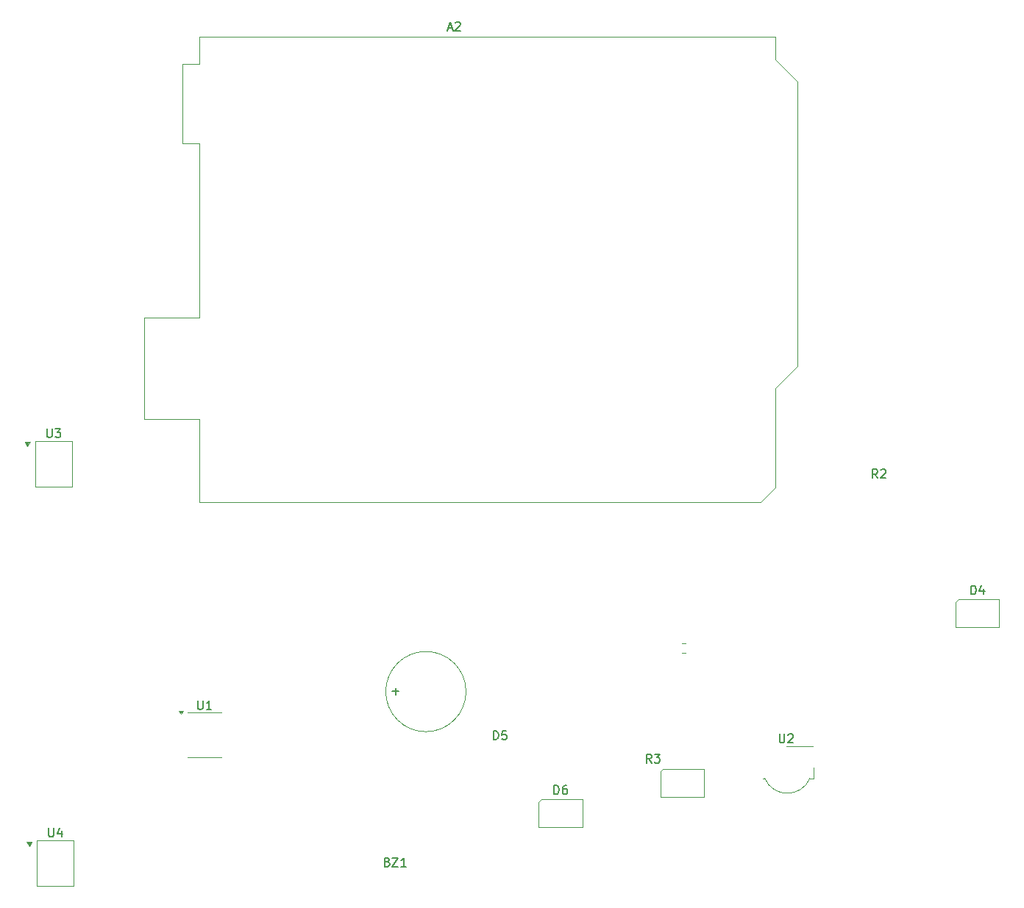
<source format=gbr>
%TF.GenerationSoftware,KiCad,Pcbnew,9.0.0*%
%TF.CreationDate,2025-04-20T12:54:08+05:30*%
%TF.ProjectId,IOT based traffic light smart control innovation,494f5420-6261-4736-9564-207472616666,rev?*%
%TF.SameCoordinates,Original*%
%TF.FileFunction,Legend,Top*%
%TF.FilePolarity,Positive*%
%FSLAX46Y46*%
G04 Gerber Fmt 4.6, Leading zero omitted, Abs format (unit mm)*
G04 Created by KiCad (PCBNEW 9.0.0) date 2025-04-20 12:54:08*
%MOMM*%
%LPD*%
G01*
G04 APERTURE LIST*
%ADD10C,0.150000*%
%ADD11C,0.120000*%
%ADD12C,0.100000*%
G04 APERTURE END LIST*
D10*
X59588095Y-154224819D02*
X59588095Y-155034342D01*
X59588095Y-155034342D02*
X59635714Y-155129580D01*
X59635714Y-155129580D02*
X59683333Y-155177200D01*
X59683333Y-155177200D02*
X59778571Y-155224819D01*
X59778571Y-155224819D02*
X59969047Y-155224819D01*
X59969047Y-155224819D02*
X60064285Y-155177200D01*
X60064285Y-155177200D02*
X60111904Y-155129580D01*
X60111904Y-155129580D02*
X60159523Y-155034342D01*
X60159523Y-155034342D02*
X60159523Y-154224819D01*
X61064285Y-154558152D02*
X61064285Y-155224819D01*
X60826190Y-154177200D02*
X60588095Y-154891485D01*
X60588095Y-154891485D02*
X61207142Y-154891485D01*
X59388095Y-108224819D02*
X59388095Y-109034342D01*
X59388095Y-109034342D02*
X59435714Y-109129580D01*
X59435714Y-109129580D02*
X59483333Y-109177200D01*
X59483333Y-109177200D02*
X59578571Y-109224819D01*
X59578571Y-109224819D02*
X59769047Y-109224819D01*
X59769047Y-109224819D02*
X59864285Y-109177200D01*
X59864285Y-109177200D02*
X59911904Y-109129580D01*
X59911904Y-109129580D02*
X59959523Y-109034342D01*
X59959523Y-109034342D02*
X59959523Y-108224819D01*
X60340476Y-108224819D02*
X60959523Y-108224819D01*
X60959523Y-108224819D02*
X60626190Y-108605771D01*
X60626190Y-108605771D02*
X60769047Y-108605771D01*
X60769047Y-108605771D02*
X60864285Y-108653390D01*
X60864285Y-108653390D02*
X60911904Y-108701009D01*
X60911904Y-108701009D02*
X60959523Y-108796247D01*
X60959523Y-108796247D02*
X60959523Y-109034342D01*
X60959523Y-109034342D02*
X60911904Y-109129580D01*
X60911904Y-109129580D02*
X60864285Y-109177200D01*
X60864285Y-109177200D02*
X60769047Y-109224819D01*
X60769047Y-109224819D02*
X60483333Y-109224819D01*
X60483333Y-109224819D02*
X60388095Y-109177200D01*
X60388095Y-109177200D02*
X60340476Y-109129580D01*
X143698095Y-143389819D02*
X143698095Y-144199342D01*
X143698095Y-144199342D02*
X143745714Y-144294580D01*
X143745714Y-144294580D02*
X143793333Y-144342200D01*
X143793333Y-144342200D02*
X143888571Y-144389819D01*
X143888571Y-144389819D02*
X144079047Y-144389819D01*
X144079047Y-144389819D02*
X144174285Y-144342200D01*
X144174285Y-144342200D02*
X144221904Y-144294580D01*
X144221904Y-144294580D02*
X144269523Y-144199342D01*
X144269523Y-144199342D02*
X144269523Y-143389819D01*
X144698095Y-143485057D02*
X144745714Y-143437438D01*
X144745714Y-143437438D02*
X144840952Y-143389819D01*
X144840952Y-143389819D02*
X145079047Y-143389819D01*
X145079047Y-143389819D02*
X145174285Y-143437438D01*
X145174285Y-143437438D02*
X145221904Y-143485057D01*
X145221904Y-143485057D02*
X145269523Y-143580295D01*
X145269523Y-143580295D02*
X145269523Y-143675533D01*
X145269523Y-143675533D02*
X145221904Y-143818390D01*
X145221904Y-143818390D02*
X144650476Y-144389819D01*
X144650476Y-144389819D02*
X145269523Y-144389819D01*
X76738095Y-139554819D02*
X76738095Y-140364342D01*
X76738095Y-140364342D02*
X76785714Y-140459580D01*
X76785714Y-140459580D02*
X76833333Y-140507200D01*
X76833333Y-140507200D02*
X76928571Y-140554819D01*
X76928571Y-140554819D02*
X77119047Y-140554819D01*
X77119047Y-140554819D02*
X77214285Y-140507200D01*
X77214285Y-140507200D02*
X77261904Y-140459580D01*
X77261904Y-140459580D02*
X77309523Y-140364342D01*
X77309523Y-140364342D02*
X77309523Y-139554819D01*
X78309523Y-140554819D02*
X77738095Y-140554819D01*
X78023809Y-140554819D02*
X78023809Y-139554819D01*
X78023809Y-139554819D02*
X77928571Y-139697676D01*
X77928571Y-139697676D02*
X77833333Y-139792914D01*
X77833333Y-139792914D02*
X77738095Y-139840533D01*
X128968333Y-146709819D02*
X128635000Y-146233628D01*
X128396905Y-146709819D02*
X128396905Y-145709819D01*
X128396905Y-145709819D02*
X128777857Y-145709819D01*
X128777857Y-145709819D02*
X128873095Y-145757438D01*
X128873095Y-145757438D02*
X128920714Y-145805057D01*
X128920714Y-145805057D02*
X128968333Y-145900295D01*
X128968333Y-145900295D02*
X128968333Y-146043152D01*
X128968333Y-146043152D02*
X128920714Y-146138390D01*
X128920714Y-146138390D02*
X128873095Y-146186009D01*
X128873095Y-146186009D02*
X128777857Y-146233628D01*
X128777857Y-146233628D02*
X128396905Y-146233628D01*
X129301667Y-145709819D02*
X129920714Y-145709819D01*
X129920714Y-145709819D02*
X129587381Y-146090771D01*
X129587381Y-146090771D02*
X129730238Y-146090771D01*
X129730238Y-146090771D02*
X129825476Y-146138390D01*
X129825476Y-146138390D02*
X129873095Y-146186009D01*
X129873095Y-146186009D02*
X129920714Y-146281247D01*
X129920714Y-146281247D02*
X129920714Y-146519342D01*
X129920714Y-146519342D02*
X129873095Y-146614580D01*
X129873095Y-146614580D02*
X129825476Y-146662200D01*
X129825476Y-146662200D02*
X129730238Y-146709819D01*
X129730238Y-146709819D02*
X129444524Y-146709819D01*
X129444524Y-146709819D02*
X129349286Y-146662200D01*
X129349286Y-146662200D02*
X129301667Y-146614580D01*
X154988333Y-113904819D02*
X154655000Y-113428628D01*
X154416905Y-113904819D02*
X154416905Y-112904819D01*
X154416905Y-112904819D02*
X154797857Y-112904819D01*
X154797857Y-112904819D02*
X154893095Y-112952438D01*
X154893095Y-112952438D02*
X154940714Y-113000057D01*
X154940714Y-113000057D02*
X154988333Y-113095295D01*
X154988333Y-113095295D02*
X154988333Y-113238152D01*
X154988333Y-113238152D02*
X154940714Y-113333390D01*
X154940714Y-113333390D02*
X154893095Y-113381009D01*
X154893095Y-113381009D02*
X154797857Y-113428628D01*
X154797857Y-113428628D02*
X154416905Y-113428628D01*
X155369286Y-113000057D02*
X155416905Y-112952438D01*
X155416905Y-112952438D02*
X155512143Y-112904819D01*
X155512143Y-112904819D02*
X155750238Y-112904819D01*
X155750238Y-112904819D02*
X155845476Y-112952438D01*
X155845476Y-112952438D02*
X155893095Y-113000057D01*
X155893095Y-113000057D02*
X155940714Y-113095295D01*
X155940714Y-113095295D02*
X155940714Y-113190533D01*
X155940714Y-113190533D02*
X155893095Y-113333390D01*
X155893095Y-113333390D02*
X155321667Y-113904819D01*
X155321667Y-113904819D02*
X155940714Y-113904819D01*
X117761905Y-150304819D02*
X117761905Y-149304819D01*
X117761905Y-149304819D02*
X118000000Y-149304819D01*
X118000000Y-149304819D02*
X118142857Y-149352438D01*
X118142857Y-149352438D02*
X118238095Y-149447676D01*
X118238095Y-149447676D02*
X118285714Y-149542914D01*
X118285714Y-149542914D02*
X118333333Y-149733390D01*
X118333333Y-149733390D02*
X118333333Y-149876247D01*
X118333333Y-149876247D02*
X118285714Y-150066723D01*
X118285714Y-150066723D02*
X118238095Y-150161961D01*
X118238095Y-150161961D02*
X118142857Y-150257200D01*
X118142857Y-150257200D02*
X118000000Y-150304819D01*
X118000000Y-150304819D02*
X117761905Y-150304819D01*
X119190476Y-149304819D02*
X119000000Y-149304819D01*
X119000000Y-149304819D02*
X118904762Y-149352438D01*
X118904762Y-149352438D02*
X118857143Y-149400057D01*
X118857143Y-149400057D02*
X118761905Y-149542914D01*
X118761905Y-149542914D02*
X118714286Y-149733390D01*
X118714286Y-149733390D02*
X118714286Y-150114342D01*
X118714286Y-150114342D02*
X118761905Y-150209580D01*
X118761905Y-150209580D02*
X118809524Y-150257200D01*
X118809524Y-150257200D02*
X118904762Y-150304819D01*
X118904762Y-150304819D02*
X119095238Y-150304819D01*
X119095238Y-150304819D02*
X119190476Y-150257200D01*
X119190476Y-150257200D02*
X119238095Y-150209580D01*
X119238095Y-150209580D02*
X119285714Y-150114342D01*
X119285714Y-150114342D02*
X119285714Y-149876247D01*
X119285714Y-149876247D02*
X119238095Y-149781009D01*
X119238095Y-149781009D02*
X119190476Y-149733390D01*
X119190476Y-149733390D02*
X119095238Y-149685771D01*
X119095238Y-149685771D02*
X118904762Y-149685771D01*
X118904762Y-149685771D02*
X118809524Y-149733390D01*
X118809524Y-149733390D02*
X118761905Y-149781009D01*
X118761905Y-149781009D02*
X118714286Y-149876247D01*
X110791905Y-144019819D02*
X110791905Y-143019819D01*
X110791905Y-143019819D02*
X111030000Y-143019819D01*
X111030000Y-143019819D02*
X111172857Y-143067438D01*
X111172857Y-143067438D02*
X111268095Y-143162676D01*
X111268095Y-143162676D02*
X111315714Y-143257914D01*
X111315714Y-143257914D02*
X111363333Y-143448390D01*
X111363333Y-143448390D02*
X111363333Y-143591247D01*
X111363333Y-143591247D02*
X111315714Y-143781723D01*
X111315714Y-143781723D02*
X111268095Y-143876961D01*
X111268095Y-143876961D02*
X111172857Y-143972200D01*
X111172857Y-143972200D02*
X111030000Y-144019819D01*
X111030000Y-144019819D02*
X110791905Y-144019819D01*
X112268095Y-143019819D02*
X111791905Y-143019819D01*
X111791905Y-143019819D02*
X111744286Y-143496009D01*
X111744286Y-143496009D02*
X111791905Y-143448390D01*
X111791905Y-143448390D02*
X111887143Y-143400771D01*
X111887143Y-143400771D02*
X112125238Y-143400771D01*
X112125238Y-143400771D02*
X112220476Y-143448390D01*
X112220476Y-143448390D02*
X112268095Y-143496009D01*
X112268095Y-143496009D02*
X112315714Y-143591247D01*
X112315714Y-143591247D02*
X112315714Y-143829342D01*
X112315714Y-143829342D02*
X112268095Y-143924580D01*
X112268095Y-143924580D02*
X112220476Y-143972200D01*
X112220476Y-143972200D02*
X112125238Y-144019819D01*
X112125238Y-144019819D02*
X111887143Y-144019819D01*
X111887143Y-144019819D02*
X111791905Y-143972200D01*
X111791905Y-143972200D02*
X111744286Y-143924580D01*
X165761905Y-127304819D02*
X165761905Y-126304819D01*
X165761905Y-126304819D02*
X166000000Y-126304819D01*
X166000000Y-126304819D02*
X166142857Y-126352438D01*
X166142857Y-126352438D02*
X166238095Y-126447676D01*
X166238095Y-126447676D02*
X166285714Y-126542914D01*
X166285714Y-126542914D02*
X166333333Y-126733390D01*
X166333333Y-126733390D02*
X166333333Y-126876247D01*
X166333333Y-126876247D02*
X166285714Y-127066723D01*
X166285714Y-127066723D02*
X166238095Y-127161961D01*
X166238095Y-127161961D02*
X166142857Y-127257200D01*
X166142857Y-127257200D02*
X166000000Y-127304819D01*
X166000000Y-127304819D02*
X165761905Y-127304819D01*
X167190476Y-126638152D02*
X167190476Y-127304819D01*
X166952381Y-126257200D02*
X166714286Y-126971485D01*
X166714286Y-126971485D02*
X167333333Y-126971485D01*
X98579047Y-158116009D02*
X98721904Y-158163628D01*
X98721904Y-158163628D02*
X98769523Y-158211247D01*
X98769523Y-158211247D02*
X98817142Y-158306485D01*
X98817142Y-158306485D02*
X98817142Y-158449342D01*
X98817142Y-158449342D02*
X98769523Y-158544580D01*
X98769523Y-158544580D02*
X98721904Y-158592200D01*
X98721904Y-158592200D02*
X98626666Y-158639819D01*
X98626666Y-158639819D02*
X98245714Y-158639819D01*
X98245714Y-158639819D02*
X98245714Y-157639819D01*
X98245714Y-157639819D02*
X98579047Y-157639819D01*
X98579047Y-157639819D02*
X98674285Y-157687438D01*
X98674285Y-157687438D02*
X98721904Y-157735057D01*
X98721904Y-157735057D02*
X98769523Y-157830295D01*
X98769523Y-157830295D02*
X98769523Y-157925533D01*
X98769523Y-157925533D02*
X98721904Y-158020771D01*
X98721904Y-158020771D02*
X98674285Y-158068390D01*
X98674285Y-158068390D02*
X98579047Y-158116009D01*
X98579047Y-158116009D02*
X98245714Y-158116009D01*
X99150476Y-157639819D02*
X99817142Y-157639819D01*
X99817142Y-157639819D02*
X99150476Y-158639819D01*
X99150476Y-158639819D02*
X99817142Y-158639819D01*
X100721904Y-158639819D02*
X100150476Y-158639819D01*
X100436190Y-158639819D02*
X100436190Y-157639819D01*
X100436190Y-157639819D02*
X100340952Y-157782676D01*
X100340952Y-157782676D02*
X100245714Y-157877914D01*
X100245714Y-157877914D02*
X100150476Y-157925533D01*
X99119048Y-138473866D02*
X99880953Y-138473866D01*
X99500000Y-138854819D02*
X99500000Y-138092914D01*
X105535714Y-62099104D02*
X106011904Y-62099104D01*
X105440476Y-62384819D02*
X105773809Y-61384819D01*
X105773809Y-61384819D02*
X106107142Y-62384819D01*
X106392857Y-61480057D02*
X106440476Y-61432438D01*
X106440476Y-61432438D02*
X106535714Y-61384819D01*
X106535714Y-61384819D02*
X106773809Y-61384819D01*
X106773809Y-61384819D02*
X106869047Y-61432438D01*
X106869047Y-61432438D02*
X106916666Y-61480057D01*
X106916666Y-61480057D02*
X106964285Y-61575295D01*
X106964285Y-61575295D02*
X106964285Y-61670533D01*
X106964285Y-61670533D02*
X106916666Y-61813390D01*
X106916666Y-61813390D02*
X106345238Y-62384819D01*
X106345238Y-62384819D02*
X106964285Y-62384819D01*
D11*
%TO.C,U4*%
X58250000Y-155670000D02*
X62450000Y-155670000D01*
X58250000Y-160870000D02*
X58250000Y-155670000D01*
X62450000Y-155670000D02*
X62450000Y-160870000D01*
X62450000Y-160870000D02*
X58250000Y-160870000D01*
X57350000Y-156270000D02*
X57050000Y-155770000D01*
X57650000Y-155770000D01*
X57350000Y-156270000D01*
G36*
X57350000Y-156270000D02*
G01*
X57050000Y-155770000D01*
X57650000Y-155770000D01*
X57350000Y-156270000D01*
G37*
%TO.C,U3*%
X58050000Y-109670000D02*
X62250000Y-109670000D01*
X58050000Y-114870000D02*
X58050000Y-109670000D01*
X62250000Y-109670000D02*
X62250000Y-114870000D01*
X62250000Y-114870000D02*
X58050000Y-114870000D01*
X57150000Y-110270000D02*
X56850000Y-109770000D01*
X57450000Y-109770000D01*
X57150000Y-110270000D01*
G36*
X57150000Y-110270000D02*
G01*
X56850000Y-109770000D01*
X57450000Y-109770000D01*
X57150000Y-110270000D01*
G37*
%TO.C,U2*%
X142000000Y-148485000D02*
X141780000Y-148485000D01*
X147580000Y-144825000D02*
X144500000Y-144825000D01*
X147660000Y-148485000D02*
X147200000Y-148485000D01*
X147660000Y-148485000D02*
X147660000Y-147285000D01*
X147200000Y-148485000D02*
G75*
G02*
X142000000Y-148485000I-2600000J1100000D01*
G01*
%TO.C,U1*%
X77500000Y-140940000D02*
X75550000Y-140940000D01*
X77500000Y-140940000D02*
X79450000Y-140940000D01*
X77500000Y-146060000D02*
X75550000Y-146060000D01*
X77500000Y-146060000D02*
X79450000Y-146060000D01*
X74800000Y-141035000D02*
X74560000Y-140705000D01*
X75040000Y-140705000D01*
X74800000Y-141035000D01*
G36*
X74800000Y-141035000D02*
G01*
X74560000Y-140705000D01*
X75040000Y-140705000D01*
X74800000Y-141035000D01*
G37*
%TO.C,R3*%
X132437742Y-132977500D02*
X132912258Y-132977500D01*
X132437742Y-134022500D02*
X132912258Y-134022500D01*
D12*
%TO.C,D6*%
X116000000Y-154100000D02*
X116000000Y-151200000D01*
X116000000Y-154100000D02*
X121000000Y-154100000D01*
X116300000Y-150900000D02*
X116000000Y-151200000D01*
X116300000Y-150900000D02*
X121000000Y-150900000D01*
X121000000Y-154100000D02*
X121000000Y-150900000D01*
%TO.C,D5*%
X130000000Y-150600000D02*
X130000000Y-147700000D01*
X130000000Y-150600000D02*
X135000000Y-150600000D01*
X130300000Y-147400000D02*
X130000000Y-147700000D01*
X130300000Y-147400000D02*
X135000000Y-147400000D01*
X135000000Y-150600000D02*
X135000000Y-147400000D01*
%TO.C,D4*%
X164000000Y-131100000D02*
X164000000Y-128200000D01*
X164000000Y-131100000D02*
X169000000Y-131100000D01*
X164300000Y-127900000D02*
X164000000Y-128200000D01*
X164300000Y-127900000D02*
X169000000Y-127900000D01*
X169000000Y-131100000D02*
X169000000Y-127900000D01*
D11*
%TO.C,BZ1*%
X107620000Y-138500000D02*
G75*
G02*
X98380000Y-138500000I-4620000J0D01*
G01*
X98380000Y-138500000D02*
G75*
G02*
X107620000Y-138500000I4620000J0D01*
G01*
%TO.C,A2*%
X70560000Y-95460000D02*
X70560000Y-107140000D01*
X70560000Y-107140000D02*
X76910000Y-107140000D01*
X75010000Y-66250000D02*
X75010000Y-75390000D01*
X75010000Y-75390000D02*
X76910000Y-75390000D01*
X76910000Y-63070000D02*
X76910000Y-66250000D01*
X76910000Y-66250000D02*
X75010000Y-66250000D01*
X76910000Y-75390000D02*
X76910000Y-95460000D01*
X76910000Y-95460000D02*
X70560000Y-95460000D01*
X76910000Y-107140000D02*
X76910000Y-116670000D01*
X76910000Y-116670000D02*
X141560000Y-116670000D01*
X141560000Y-116670000D02*
X143210000Y-115020000D01*
X143210000Y-63070000D02*
X76910000Y-63070000D01*
X143210000Y-65740000D02*
X143210000Y-63070000D01*
X143210000Y-103590000D02*
X145750000Y-101050000D01*
X143210000Y-115020000D02*
X143210000Y-103590000D01*
X145750000Y-68280000D02*
X143210000Y-65740000D01*
X145750000Y-101050000D02*
X145750000Y-68280000D01*
%TD*%
M02*

</source>
